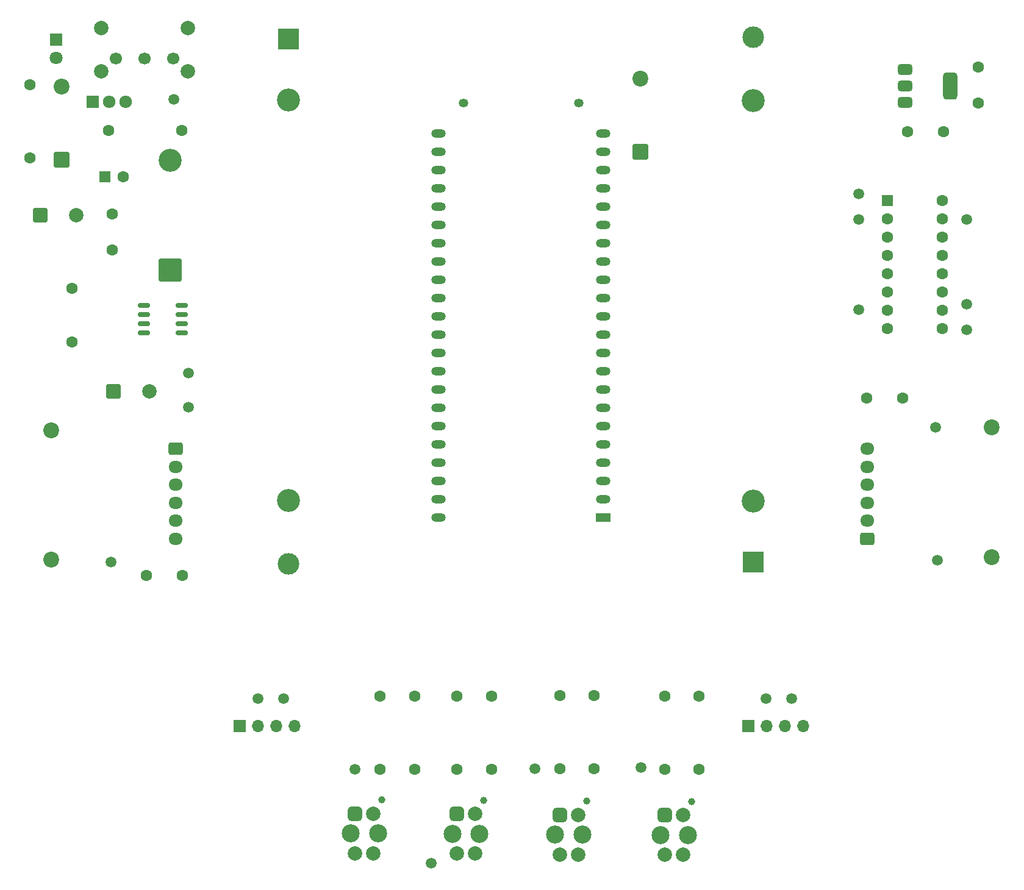
<source format=gts>
%TF.GenerationSoftware,KiCad,Pcbnew,9.0.2-9.0.2-0~ubuntu24.04.1*%
%TF.CreationDate,2025-07-04T20:19:56-04:00*%
%TF.ProjectId,PCBbot,50434262-6f74-42e6-9b69-6361645f7063,rev?*%
%TF.SameCoordinates,Original*%
%TF.FileFunction,Soldermask,Top*%
%TF.FilePolarity,Negative*%
%FSLAX46Y46*%
G04 Gerber Fmt 4.6, Leading zero omitted, Abs format (unit mm)*
G04 Created by KiCad (PCBNEW 9.0.2-9.0.2-0~ubuntu24.04.1) date 2025-07-04 20:19:56*
%MOMM*%
%LPD*%
G01*
G04 APERTURE LIST*
G04 Aperture macros list*
%AMRoundRect*
0 Rectangle with rounded corners*
0 $1 Rounding radius*
0 $2 $3 $4 $5 $6 $7 $8 $9 X,Y pos of 4 corners*
0 Add a 4 corners polygon primitive as box body*
4,1,4,$2,$3,$4,$5,$6,$7,$8,$9,$2,$3,0*
0 Add four circle primitives for the rounded corners*
1,1,$1+$1,$2,$3*
1,1,$1+$1,$4,$5*
1,1,$1+$1,$6,$7*
1,1,$1+$1,$8,$9*
0 Add four rect primitives between the rounded corners*
20,1,$1+$1,$2,$3,$4,$5,0*
20,1,$1+$1,$4,$5,$6,$7,0*
20,1,$1+$1,$6,$7,$8,$9,0*
20,1,$1+$1,$8,$9,$2,$3,0*%
G04 Aperture macros list end*
%ADD10C,1.600000*%
%ADD11RoundRect,0.250000X-0.750000X-0.750000X0.750000X-0.750000X0.750000X0.750000X-0.750000X0.750000X0*%
%ADD12C,2.000000*%
%ADD13RoundRect,0.249999X0.850001X-0.850001X0.850001X0.850001X-0.850001X0.850001X-0.850001X-0.850001X0*%
%ADD14C,2.200000*%
%ADD15R,1.717500X1.800000*%
%ADD16O,1.717500X1.800000*%
%ADD17C,1.500000*%
%ADD18R,1.700000X1.700000*%
%ADD19O,1.700000X1.700000*%
%ADD20C,1.700000*%
%ADD21RoundRect,0.250000X-0.550000X-0.550000X0.550000X-0.550000X0.550000X0.550000X-0.550000X0.550000X0*%
%ADD22C,3.200000*%
%ADD23R,3.000000X3.000000*%
%ADD24C,3.000000*%
%ADD25R,1.800000X1.800000*%
%ADD26C,1.800000*%
%ADD27RoundRect,0.375000X-0.625000X-0.375000X0.625000X-0.375000X0.625000X0.375000X-0.625000X0.375000X0*%
%ADD28RoundRect,0.500000X-0.500000X-1.400000X0.500000X-1.400000X0.500000X1.400000X-0.500000X1.400000X0*%
%ADD29RoundRect,0.150000X-0.675000X-0.150000X0.675000X-0.150000X0.675000X0.150000X-0.675000X0.150000X0*%
%ADD30RoundRect,0.250000X1.350000X-1.350000X1.350000X1.350000X-1.350000X1.350000X-1.350000X-1.350000X0*%
%ADD31RoundRect,0.250000X-0.725000X0.600000X-0.725000X-0.600000X0.725000X-0.600000X0.725000X0.600000X0*%
%ADD32O,1.950000X1.700000*%
%ADD33RoundRect,0.250000X0.725000X-0.600000X0.725000X0.600000X-0.725000X0.600000X-0.725000X-0.600000X0*%
%ADD34R,2.000000X1.200000*%
%ADD35O,2.000000X1.200000*%
%ADD36C,1.000000*%
%ADD37C,2.500000*%
%ADD38RoundRect,0.500000X-0.500000X0.500000X-0.500000X-0.500000X0.500000X-0.500000X0.500000X0.500000X0*%
%ADD39O,1.350000X1.200000*%
G04 APERTURE END LIST*
D10*
%TO.C,R1*%
X47720000Y-40800000D03*
X57880000Y-40800000D03*
%TD*%
D11*
%TO.C,C1*%
X38200000Y-52600000D03*
D12*
X43200000Y-52600000D03*
%TD*%
D13*
%TO.C,D3*%
X121500000Y-43800000D03*
D14*
X121500000Y-33640000D03*
%TD*%
D15*
%TO.C,Q1*%
X45510000Y-36800000D03*
D16*
X47800000Y-36800000D03*
X50090000Y-36800000D03*
%TD*%
D17*
%TO.C,TP11*%
X138950000Y-119750000D03*
%TD*%
D18*
%TO.C,U10*%
X65880000Y-123500000D03*
D19*
X68420000Y-123500000D03*
X70960000Y-123500000D03*
X73500000Y-123500000D03*
%TD*%
D17*
%TO.C,TP15*%
X151835000Y-49610000D03*
%TD*%
D13*
%TO.C,D4*%
X41200000Y-44880000D03*
D14*
X41200000Y-34720000D03*
%TD*%
D17*
%TO.C,TP1*%
X56750000Y-36500000D03*
%TD*%
D10*
%TO.C,R10*%
X124900000Y-119340000D03*
X124900000Y-129500000D03*
%TD*%
D12*
%TO.C,SW1*%
X58700000Y-32600000D03*
X58700000Y-26600000D03*
X46700000Y-32600000D03*
X46700000Y-26600000D03*
D20*
X56700000Y-30850000D03*
X52700000Y-30850000D03*
X48700000Y-30850000D03*
%TD*%
D21*
%TO.C,U7*%
X155780000Y-50520000D03*
D10*
X155780000Y-53060000D03*
X155780000Y-55600000D03*
X155780000Y-58140000D03*
X155780000Y-60680000D03*
X155780000Y-63220000D03*
X155780000Y-65760000D03*
X155780000Y-68300000D03*
X163400000Y-68300000D03*
X163400000Y-65760000D03*
X163400000Y-63220000D03*
X163400000Y-60680000D03*
X163400000Y-58140000D03*
X163400000Y-55600000D03*
X163400000Y-53060000D03*
X163400000Y-50520000D03*
%TD*%
%TO.C,C7*%
X52900000Y-102600000D03*
X57900000Y-102600000D03*
%TD*%
%TO.C,R7*%
X115100000Y-119290000D03*
X115100000Y-129450000D03*
%TD*%
D17*
%TO.C,TP18*%
X166835000Y-68460000D03*
%TD*%
D10*
%TO.C,C5*%
X168400000Y-32000000D03*
X168400000Y-37000000D03*
%TD*%
%TO.C,R4*%
X85400000Y-119340000D03*
X85400000Y-129500000D03*
%TD*%
D18*
%TO.C,U9*%
X136480000Y-123500000D03*
D19*
X139020000Y-123500000D03*
X141560000Y-123500000D03*
X144100000Y-123500000D03*
%TD*%
D17*
%TO.C,TP19*%
X166835000Y-64910000D03*
%TD*%
D10*
%TO.C,C3*%
X48200000Y-52400000D03*
X48200000Y-57400000D03*
%TD*%
D17*
%TO.C,TP7*%
X162500000Y-82000000D03*
%TD*%
D22*
%TO.C,BT2*%
X137200000Y-92300000D03*
X137200000Y-36690000D03*
D23*
X137200000Y-100745000D03*
D24*
X137200000Y-27845000D03*
%TD*%
D21*
%TO.C,C2*%
X47194888Y-47200000D03*
D10*
X49694888Y-47200000D03*
%TD*%
D11*
%TO.C,C10*%
X48382323Y-77000000D03*
D12*
X53382323Y-77000000D03*
%TD*%
D10*
%TO.C,L1*%
X42600000Y-62700000D03*
X42600000Y-70200000D03*
%TD*%
D17*
%TO.C,TP13*%
X68450000Y-119750000D03*
%TD*%
D25*
%TO.C,D1*%
X40400000Y-28160000D03*
D26*
X40400000Y-30700000D03*
%TD*%
D17*
%TO.C,TP6*%
X121600000Y-129300000D03*
%TD*%
D10*
%TO.C,R2*%
X36800000Y-44600000D03*
X36800000Y-34440000D03*
%TD*%
%TO.C,R5*%
X100850000Y-119340000D03*
X100850000Y-129500000D03*
%TD*%
D17*
%TO.C,TP20*%
X166835000Y-53160000D03*
%TD*%
%TO.C,TP17*%
X151835000Y-65660000D03*
%TD*%
%TO.C,TP12*%
X142500000Y-119750000D03*
%TD*%
D10*
%TO.C,R6*%
X96050000Y-119340000D03*
X96050000Y-129500000D03*
%TD*%
%TO.C,C6*%
X152900000Y-78000000D03*
X157900000Y-78000000D03*
%TD*%
D17*
%TO.C,TP4*%
X92450000Y-142600000D03*
%TD*%
%TO.C,TP3*%
X81900000Y-129500000D03*
%TD*%
%TO.C,TP2*%
X58750000Y-74500000D03*
%TD*%
%TO.C,TP14*%
X72000000Y-119750000D03*
%TD*%
%TO.C,TP10*%
X58750000Y-79250000D03*
%TD*%
D27*
%TO.C,U2*%
X158250000Y-32300000D03*
X158250000Y-34600000D03*
D28*
X164550000Y-34600000D03*
D27*
X158250000Y-36900000D03*
%TD*%
D29*
%TO.C,U11*%
X52575000Y-65095000D03*
X52575000Y-66365000D03*
X52575000Y-67635000D03*
X52575000Y-68905000D03*
X57825000Y-68905000D03*
X57825000Y-67635000D03*
X57825000Y-66365000D03*
X57825000Y-65095000D03*
%TD*%
D30*
%TO.C,D2*%
X56200000Y-60220000D03*
D22*
X56200000Y-44980000D03*
%TD*%
D14*
%TO.C,J2*%
X39700000Y-100430000D03*
X39700000Y-82430000D03*
D31*
X56990000Y-85000000D03*
D32*
X56990000Y-87500000D03*
X56990000Y-90000000D03*
X56990000Y-92500000D03*
X56990000Y-95000000D03*
X56990000Y-97500000D03*
%TD*%
D10*
%TO.C,C4*%
X158600000Y-41000000D03*
X163600000Y-41000000D03*
%TD*%
D14*
%TO.C,J3*%
X170290000Y-82070000D03*
X170290000Y-100070000D03*
D33*
X153000000Y-97500000D03*
D32*
X153000000Y-95000000D03*
X153000000Y-92500000D03*
X153000000Y-90000000D03*
X153000000Y-87500000D03*
X153000000Y-85000000D03*
%TD*%
D17*
%TO.C,TP16*%
X151835000Y-53160000D03*
%TD*%
D22*
%TO.C,BT1*%
X72700000Y-36545000D03*
X72700000Y-92155000D03*
D23*
X72700000Y-28100000D03*
D24*
X72700000Y-101000000D03*
%TD*%
D10*
%TO.C,R3*%
X90150000Y-119340000D03*
X90150000Y-129500000D03*
%TD*%
%TO.C,R8*%
X110350000Y-119290000D03*
X110350000Y-129450000D03*
%TD*%
D17*
%TO.C,TP9*%
X48000000Y-100750000D03*
%TD*%
%TO.C,TP5*%
X106850000Y-129450000D03*
%TD*%
%TO.C,TP8*%
X162750000Y-100500000D03*
%TD*%
D10*
%TO.C,R9*%
X129650000Y-119340000D03*
X129650000Y-129500000D03*
%TD*%
D34*
%TO.C,U8*%
X116360000Y-94557280D03*
D35*
X116360000Y-92017280D03*
X116360000Y-89477280D03*
X116360000Y-86937280D03*
X116360000Y-84397280D03*
X116360000Y-81857280D03*
X116360000Y-79317280D03*
X116360000Y-76777280D03*
X116360000Y-74237280D03*
X116360000Y-71697280D03*
X116360000Y-69157280D03*
X116360000Y-66617280D03*
X116360000Y-64077280D03*
X116360000Y-61537280D03*
X116360000Y-58997280D03*
X116360000Y-56457280D03*
X116360000Y-53917280D03*
X116360000Y-51377280D03*
X116360000Y-48837280D03*
X116363680Y-46300000D03*
X116363680Y-43760000D03*
X116363680Y-41220000D03*
X93500000Y-41217280D03*
X93500000Y-43757280D03*
X93500000Y-46297280D03*
X93500000Y-48837280D03*
X93500000Y-51377280D03*
X93500000Y-53917280D03*
X93500000Y-56457280D03*
X93500000Y-58997280D03*
X93500000Y-61537280D03*
X93500000Y-64077280D03*
X93500000Y-66617280D03*
X93500000Y-69157280D03*
X93500000Y-71697280D03*
X93500000Y-74237280D03*
X93500000Y-76777280D03*
X93500000Y-79317280D03*
X93500000Y-81857280D03*
X93500000Y-84397280D03*
X93500000Y-86937280D03*
X93500000Y-89477280D03*
X93500000Y-92017280D03*
X93500000Y-94557280D03*
%TD*%
D36*
%TO.C,U4*%
X99750000Y-133850000D03*
D37*
X99200000Y-138500000D03*
X95400000Y-138500000D03*
D38*
X96030000Y-135750000D03*
D12*
X98570000Y-135750000D03*
X98570000Y-141250000D03*
X96030000Y-141250000D03*
%TD*%
D36*
%TO.C,U6*%
X128650000Y-134000000D03*
D37*
X128100000Y-138650000D03*
X124300000Y-138650000D03*
D38*
X124930000Y-135900000D03*
D12*
X127470000Y-135900000D03*
X127470000Y-141400000D03*
X124930000Y-141400000D03*
%TD*%
D36*
%TO.C,U3*%
X85650000Y-133800000D03*
D37*
X85100000Y-138450000D03*
X81300000Y-138450000D03*
D38*
X81930000Y-135700000D03*
D12*
X84470000Y-135700000D03*
X84470000Y-141200000D03*
X81930000Y-141200000D03*
%TD*%
D39*
%TO.C,J4*%
X113000000Y-37000000D03*
X97000000Y-37000000D03*
%TD*%
D36*
%TO.C,U5*%
X114050000Y-133950000D03*
D37*
X113500000Y-138600000D03*
X109700000Y-138600000D03*
D38*
X110330000Y-135850000D03*
D12*
X112870000Y-135850000D03*
X112870000Y-141350000D03*
X110330000Y-141350000D03*
%TD*%
M02*

</source>
